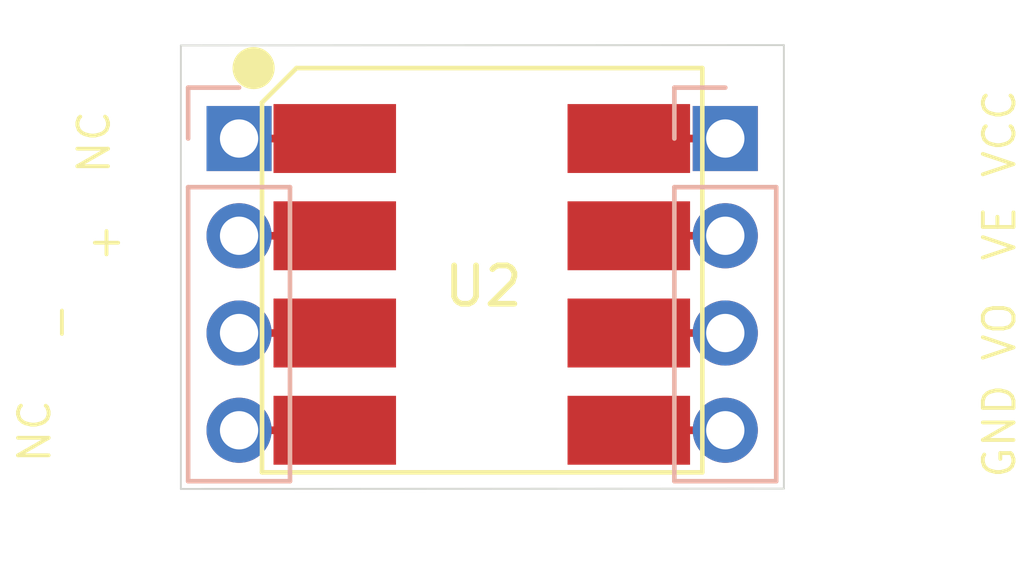
<source format=kicad_pcb>
(kicad_pcb (version 20240108) (generator "pcbnew") (generator_version "8.0")
  (layers (0 "F.Cu" signal) (31 "B.Cu" signal) (34 "B.Paste" user) (35 "F.Paste" user) (36 "B.SilkS" user "B.Silkscreen") (37 "F.SilkS" user "F.Silkscreen") (38 "B.Mask" user) (39 "F.Mask" user) (44 "Edge.Cuts" user))
  (net 0 "")
  (net 1 "Net-(J3-Pin_3)")
  (net 2 "Net-(J3-Pin_4)")
  (net 3 "Net-(J3-Pin_2)")
  (net 4 "Net-(J3-Pin_1)")
  (net 5 "Net-(J4-Pin_3)")
  (net 6 "Net-(J4-Pin_4)")
  (net 7 "Net-(J4-Pin_1)")
  (net 8 "Net-(J4-Pin_2)")
  (footprint "BreadModular_MISC:SOIC-8 2.54" (layer "F.Cu") (at 38.12 31.75 -90)
    (property "Reference" "U2" (at 0.05 -1.28 0) (layer "F.SilkS"))
    (property "Value" "~")
    (fp_line (start -4.75 4.5) (end -5.65 3.6) (stroke (width 0.12)) (layer "F.SilkS"))
    (fp_line (start 4.91 4.5) (end -4.75 4.5) (stroke (width 0.12)) (layer "F.SilkS"))
    (fp_line (start -5.65 3.6) (end -5.65 -7) (stroke (width 0.12)) (layer "F.SilkS"))
    (fp_line (start -5.65 -7) (end 4.91 -7) (stroke (width 0.12)) (layer "F.SilkS"))
    (fp_line (start 4.91 -7) (end 4.91 4.5) (stroke (width 0.12)) (layer "F.SilkS"))
    (pad "1" smd rect (at -3.81 2.6 270) (size 1.8 3.2) (layers "F.Cu" "F.Paste" "F.Mask") (net 4 "Net-(J3-Pin_1)"))
    (pad "2" smd rect (at -1.27 2.6 270) (size 1.8 3.2) (layers "F.Cu" "F.Paste" "F.Mask") (net 3 "Net-(J3-Pin_2)"))
    (pad "3" smd rect (at 1.27 2.6 270) (size 1.8 3.2) (layers "F.Cu" "F.Paste" "F.Mask") (net 1 "Net-(J3-Pin_3)"))
    (pad "4" smd rect (at 3.81 2.6 270) (size 1.8 3.2) (layers "F.Cu" "F.Paste" "F.Mask") (net 2 "Net-(J3-Pin_4)"))
    (pad "5" smd rect (at 3.81 -5.08 270) (size 1.8 3.2) (layers "F.Cu" "F.Paste" "F.Mask") (net 6 "Net-(J4-Pin_4)"))
    (pad "6" smd rect (at 1.27 -5.08 270) (size 1.8 3.2) (layers "F.Cu" "F.Paste" "F.Mask") (net 5 "Net-(J4-Pin_3)"))
    (pad "7" smd rect (at -1.27 -5.08 270) (size 1.8 3.2) (layers "F.Cu" "F.Paste" "F.Mask") (net 8 "Net-(J4-Pin_2)"))
    (pad "8" smd rect (at -3.81 -5.08 270) (size 1.8 3.2) (layers "F.Cu" "F.Paste" "F.Mask") (net 7 "Net-(J4-Pin_1)"))
  )
  (footprint "Connector_PinSocket_2.54mm:PinSocket_1x04_P2.54mm_Vertical" (layer "B.Cu") (at 45.72 27.94 180)
    (property "Reference" "J4")
    (property "Value" "Conn_01x04_Pin")
    (fp_line (start 1.33 1.33) (end 0 1.33) (stroke (width 0.12)) (layer "B.SilkS"))
    (fp_line (start 1.33 0) (end 1.33 1.33) (stroke (width 0.12)) (layer "B.SilkS"))
    (fp_line (start 1.33 -1.27) (end -1.33 -1.27) (stroke (width 0.12)) (layer "B.SilkS"))
    (fp_line (start 1.33 -8.95) (end 1.33 -1.27) (stroke (width 0.12)) (layer "B.SilkS"))
    (fp_line (start 1.33 -8.95) (end -1.33 -8.95) (stroke (width 0.12)) (layer "B.SilkS"))
    (fp_line (start -1.33 -8.95) (end -1.33 -1.27) (stroke (width 0.12)) (layer "B.SilkS"))
    (pad "1" thru_hole rect (at 0 0 180) (size 1.7 1.7) (drill 1) (layers "*.Cu" "*.Mask") (net 7 "Net-(J4-Pin_1)"))
    (pad "2" thru_hole oval (at 0 -2.54 180) (size 1.7 1.7) (drill 1) (layers "*.Cu" "*.Mask") (net 8 "Net-(J4-Pin_2)"))
    (pad "3" thru_hole oval (at 0 -5.08 180) (size 1.7 1.7) (drill 1) (layers "*.Cu" "*.Mask") (net 5 "Net-(J4-Pin_3)"))
    (pad "4" thru_hole oval (at 0 -7.62 180) (size 1.7 1.7) (drill 1) (layers "*.Cu" "*.Mask") (net 6 "Net-(J4-Pin_4)"))
  )
  (footprint "Connector_PinSocket_2.54mm:PinSocket_1x04_P2.54mm_Vertical" (layer "B.Cu") (at 33.02 27.94 180)
    (property "Reference" "J3")
    (property "Value" "Conn_01x04_Pin")
    (fp_line (start 1.33 1.33) (end 0 1.33) (stroke (width 0.12)) (layer "B.SilkS"))
    (fp_line (start 1.33 0) (end 1.33 1.33) (stroke (width 0.12)) (layer "B.SilkS"))
    (fp_line (start 1.33 -1.27) (end -1.33 -1.27) (stroke (width 0.12)) (layer "B.SilkS"))
    (fp_line (start 1.33 -8.95) (end 1.33 -1.27) (stroke (width 0.12)) (layer "B.SilkS"))
    (fp_line (start 1.33 -8.95) (end -1.33 -8.95) (stroke (width 0.12)) (layer "B.SilkS"))
    (fp_line (start -1.33 -8.95) (end -1.33 -1.27) (stroke (width 0.12)) (layer "B.SilkS"))
    (pad "1" thru_hole rect (at 0 0 180) (size 1.7 1.7) (drill 1) (layers "*.Cu" "*.Mask") (net 4 "Net-(J3-Pin_1)"))
    (pad "2" thru_hole oval (at 0 -2.54 180) (size 1.7 1.7) (drill 1) (layers "*.Cu" "*.Mask") (net 3 "Net-(J3-Pin_2)"))
    (pad "3" thru_hole oval (at 0 -5.08 180) (size 1.7 1.7) (drill 1) (layers "*.Cu" "*.Mask") (net 1 "Net-(J3-Pin_3)"))
    (pad "4" thru_hole oval (at 0 -7.62 180) (size 1.7 1.7) (drill 1) (layers "*.Cu" "*.Mask") (net 2 "Net-(J3-Pin_4)"))
  )
  (gr_circle (center 33.4 26.1) (end 33.9 26.1) (stroke (width 0.1)) (fill solid) (layer "F.SilkS"))
  (gr_line (start 31.5 25.508) (end 31.5 37.092) (stroke (width 0.05)) (layer "Edge.Cuts"))
  (gr_line (start 47.25 37.084) (end 47.25 25.5) (stroke (width 0.05)) (layer "Edge.Cuts"))
  (gr_line (start 47.25 25.5) (end 31.5 25.508) (stroke (width 0.05)) (layer "Edge.Cuts"))
  (gr_line (start 31.5 37.092) (end 47.25 37.084) (stroke (width 0.05)) (layer "Edge.Cuts"))
  (gr_text "GND" (at 53.35 34.3 90) (layer "F.SilkS") (effects (font (size 0.8 0.8) (thickness 0.1)) (justify right bottom)))
  (gr_text "VO" (at 53.35 32.15 90) (layer "F.SilkS") (effects (font (size 0.8 0.8) (thickness 0.1)) (justify right bottom)))
  (gr_text "VE" (at 53.35 29.65 90) (layer "F.SilkS") (effects (font (size 0.8 0.8) (thickness 0.1)) (justify right bottom)))
  (gr_text "+" (at 29.15 30.1 270) (layer "F.SilkS") (effects (font (size 0.8 0.8) (thickness 0.1)) (justify left bottom)))
  (gr_text "-" (at 28.8 33.3 90) (layer "F.SilkS") (effects (font (size 0.8 0.8) (thickness 0.1)) (justify left bottom)))
  (gr_text "VCC" (at 53.35 26.6 90) (layer "F.SilkS") (effects (font (size 0.8 0.8) (thickness 0.1)) (justify right bottom)))
  (gr_text "NC" (at 28.15 34.7 90) (layer "F.SilkS") (effects (font (size 0.8 0.8) (thickness 0.1)) (justify right bottom)))
  (gr_text "NC" (at 29.7 27.15 90) (layer "F.SilkS") (effects (font (size 0.8 0.8) (thickness 0.1)) (justify right bottom)))
  (segment (start 35.52 33.02) (end 33.02 33.02) (width 0.2) (layer "F.Cu") (net 1))
  (segment (start 35.52 35.56) (end 33.02 35.56) (width 0.2) (layer "F.Cu") (net 2))
  (segment (start 35.52 30.48) (end 33.02 30.48) (width 0.2) (layer "F.Cu") (net 3))
  (segment (start 35.52 27.94) (end 33.02 27.94) (width 0.2) (layer "F.Cu") (net 4))
  (segment (start 33.79 27.94) (end 33.8 27.95) (width 0.15) (layer "B.Cu") (net 4))
  (segment (start 43.2 33.02) (end 45.72 33.02) (width 0.2) (layer "F.Cu") (net 5))
  (segment (start 43.16 33.04) (end 43.18 33.02) (width 0.15) (layer "F.Cu") (net 5))
  (segment (start 43.2 35.56) (end 45.72 35.56) (width 0.2) (layer "F.Cu") (net 6))
  (segment (start 43.16 35.58) (end 43.18 35.56) (width 0.15) (layer "F.Cu") (net 6))
  (segment (start 43.2 27.94) (end 45.72 27.94) (width 0.2) (layer "F.Cu") (net 7))
  (segment (start 43.16 27.96) (end 43.18 27.94) (width 0.15) (layer "F.Cu") (net 7))
  (segment (start 43.2 30.48) (end 45.72 30.48) (width 0.2) (layer "F.Cu") (net 8))
  (segment (start 43.16 30.5) (end 43.18 30.48) (width 0.15) (layer "F.Cu") (net 8))
)
</source>
